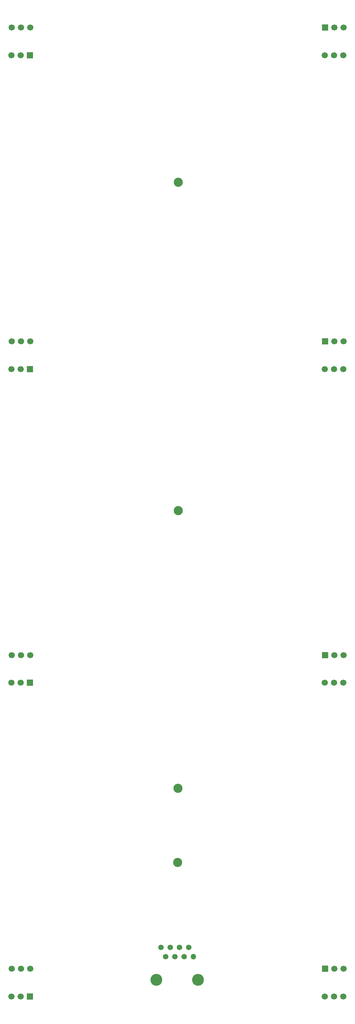
<source format=gbr>
%TF.GenerationSoftware,KiCad,Pcbnew,8.0.0*%
%TF.CreationDate,2024-05-23T14:19:23-05:00*%
%TF.ProjectId,mic_array_circuit,6d69635f-6172-4726-9179-5f6369726375,rev?*%
%TF.SameCoordinates,Original*%
%TF.FileFunction,Soldermask,Top*%
%TF.FilePolarity,Negative*%
%FSLAX46Y46*%
G04 Gerber Fmt 4.6, Leading zero omitted, Abs format (unit mm)*
G04 Created by KiCad (PCBNEW 8.0.0) date 2024-05-23 14:19:23*
%MOMM*%
%LPD*%
G01*
G04 APERTURE LIST*
%ADD10C,2.500000*%
%ADD11R,1.700000X1.700000*%
%ADD12C,1.700000*%
%ADD13C,3.250000*%
%ADD14O,1.500000X1.500000*%
%ADD15C,1.500000*%
G04 APERTURE END LIST*
D10*
%TO.C,REF\u002A\u002A*%
X-457020000Y-225070000D03*
%TD*%
%TO.C,REF\u002A\u002A*%
X-456940000Y-204740000D03*
%TD*%
D11*
%TO.C,REF\u002A\u002A*%
X-497500000Y-89800000D03*
D12*
X-497420000Y-82200000D03*
X-500040000Y-89800000D03*
X-499960000Y-82200000D03*
X-502580000Y-89800000D03*
X-502500000Y-82200000D03*
%TD*%
D10*
%TO.C,REF\u002A\u002A*%
X-456800000Y-128600000D03*
%TD*%
D11*
%TO.C,REF\u002A\u002A*%
X-497500000Y-3800000D03*
D12*
X-497420000Y3800000D03*
X-500040000Y-3800000D03*
X-499960000Y3800000D03*
X-502580000Y-3800000D03*
X-502500000Y3800000D03*
%TD*%
D11*
%TO.C,REF\u002A\u002A*%
X-497500000Y-261800000D03*
D12*
X-497420000Y-254200000D03*
X-500040000Y-261800000D03*
X-499960000Y-254200000D03*
X-502580000Y-261800000D03*
X-502500000Y-254200000D03*
%TD*%
D11*
%TO.C,REF\u002A\u002A*%
X-416500000Y-82200000D03*
D12*
X-416580000Y-89800000D03*
X-413960000Y-82200000D03*
X-414040000Y-89800000D03*
X-411420000Y-82200000D03*
X-411500000Y-89800000D03*
%TD*%
D10*
%TO.C,REF\u002A\u002A*%
X-456800000Y-38600000D03*
%TD*%
D11*
%TO.C,REF\u002A\u002A*%
X-416500000Y-168200000D03*
D12*
X-416580000Y-175800000D03*
X-413960000Y-168200000D03*
X-414040000Y-175800000D03*
X-411420000Y-168200000D03*
X-411500000Y-175800000D03*
%TD*%
D11*
%TO.C,REF\u002A\u002A*%
X-416500000Y-254200000D03*
D12*
X-416580000Y-261800000D03*
X-413960000Y-254200000D03*
X-414040000Y-261800000D03*
X-411420000Y-254200000D03*
X-411500000Y-261800000D03*
%TD*%
D11*
%TO.C,REF\u002A\u002A*%
X-416500000Y3800000D03*
D12*
X-416580000Y-3800000D03*
X-413960000Y3800000D03*
X-414040000Y-3800000D03*
X-411420000Y3800000D03*
X-411500000Y-3800000D03*
%TD*%
D11*
%TO.C,REF\u002A\u002A*%
X-497500000Y-175800000D03*
D12*
X-497420000Y-168200000D03*
X-500040000Y-175800000D03*
X-499960000Y-168200000D03*
X-502580000Y-175800000D03*
X-502500000Y-168200000D03*
%TD*%
D13*
%TO.C,REF\u002A\u002A*%
X-451400000Y-257200000D03*
X-462830000Y-257200000D03*
D14*
X-452670000Y-250850000D03*
D15*
X-453940000Y-248310000D03*
X-455210000Y-250850000D03*
X-456480000Y-248310000D03*
X-457750000Y-250850000D03*
X-459020000Y-248310000D03*
X-460290000Y-250850000D03*
X-461560000Y-248310000D03*
%TD*%
M02*

</source>
